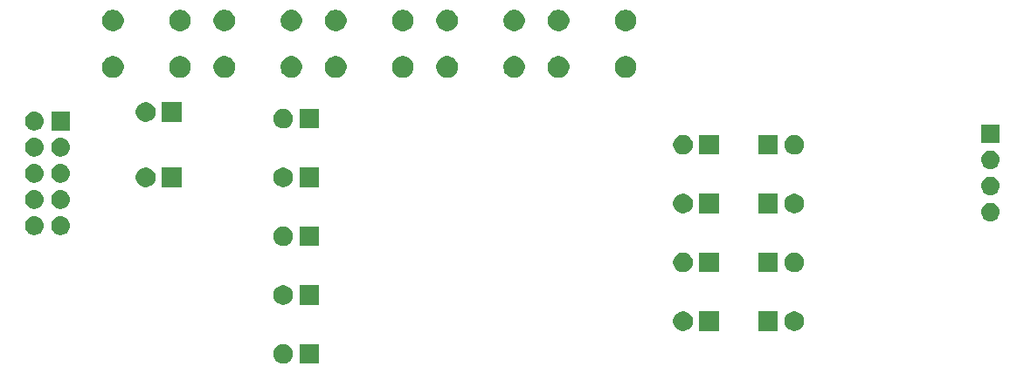
<source format=gbr>
G04 #@! TF.GenerationSoftware,KiCad,Pcbnew,(5.1.4)-1*
G04 #@! TF.CreationDate,2020-07-08T19:39:57+02:00*
G04 #@! TF.ProjectId,SBIO3,5342494f-332e-46b6-9963-61645f706362,rev?*
G04 #@! TF.SameCoordinates,Original*
G04 #@! TF.FileFunction,Soldermask,Bot*
G04 #@! TF.FilePolarity,Negative*
%FSLAX46Y46*%
G04 Gerber Fmt 4.6, Leading zero omitted, Abs format (unit mm)*
G04 Created by KiCad (PCBNEW (5.1.4)-1) date 2020-07-08 19:39:57*
%MOMM*%
%LPD*%
G04 APERTURE LIST*
%ADD10C,0.100000*%
G04 APERTURE END LIST*
D10*
G36*
X105091000Y-170496000D02*
G01*
X103189000Y-170496000D01*
X103189000Y-168594000D01*
X105091000Y-168594000D01*
X105091000Y-170496000D01*
X105091000Y-170496000D01*
G37*
G36*
X101877395Y-168630546D02*
G01*
X102050466Y-168702234D01*
X102050467Y-168702235D01*
X102206227Y-168806310D01*
X102338690Y-168938773D01*
X102338691Y-168938775D01*
X102442766Y-169094534D01*
X102514454Y-169267605D01*
X102551000Y-169451333D01*
X102551000Y-169638667D01*
X102514454Y-169822395D01*
X102442766Y-169995466D01*
X102442765Y-169995467D01*
X102338690Y-170151227D01*
X102206227Y-170283690D01*
X102127818Y-170336081D01*
X102050466Y-170387766D01*
X101877395Y-170459454D01*
X101693667Y-170496000D01*
X101506333Y-170496000D01*
X101322605Y-170459454D01*
X101149534Y-170387766D01*
X101072182Y-170336081D01*
X100993773Y-170283690D01*
X100861310Y-170151227D01*
X100757235Y-169995467D01*
X100757234Y-169995466D01*
X100685546Y-169822395D01*
X100649000Y-169638667D01*
X100649000Y-169451333D01*
X100685546Y-169267605D01*
X100757234Y-169094534D01*
X100861309Y-168938775D01*
X100861310Y-168938773D01*
X100993773Y-168806310D01*
X101149533Y-168702235D01*
X101149534Y-168702234D01*
X101322605Y-168630546D01*
X101506333Y-168594000D01*
X101693667Y-168594000D01*
X101877395Y-168630546D01*
X101877395Y-168630546D01*
G37*
G36*
X140612395Y-165455546D02*
G01*
X140785466Y-165527234D01*
X140785467Y-165527235D01*
X140941227Y-165631310D01*
X141073690Y-165763773D01*
X141073691Y-165763775D01*
X141177766Y-165919534D01*
X141249454Y-166092605D01*
X141286000Y-166276333D01*
X141286000Y-166463667D01*
X141249454Y-166647395D01*
X141177766Y-166820466D01*
X141177765Y-166820467D01*
X141073690Y-166976227D01*
X140941227Y-167108690D01*
X140862818Y-167161081D01*
X140785466Y-167212766D01*
X140612395Y-167284454D01*
X140428667Y-167321000D01*
X140241333Y-167321000D01*
X140057605Y-167284454D01*
X139884534Y-167212766D01*
X139807182Y-167161081D01*
X139728773Y-167108690D01*
X139596310Y-166976227D01*
X139492235Y-166820467D01*
X139492234Y-166820466D01*
X139420546Y-166647395D01*
X139384000Y-166463667D01*
X139384000Y-166276333D01*
X139420546Y-166092605D01*
X139492234Y-165919534D01*
X139596309Y-165763775D01*
X139596310Y-165763773D01*
X139728773Y-165631310D01*
X139884533Y-165527235D01*
X139884534Y-165527234D01*
X140057605Y-165455546D01*
X140241333Y-165419000D01*
X140428667Y-165419000D01*
X140612395Y-165455546D01*
X140612395Y-165455546D01*
G37*
G36*
X149541000Y-167321000D02*
G01*
X147639000Y-167321000D01*
X147639000Y-165419000D01*
X149541000Y-165419000D01*
X149541000Y-167321000D01*
X149541000Y-167321000D01*
G37*
G36*
X151407395Y-165455546D02*
G01*
X151580466Y-165527234D01*
X151580467Y-165527235D01*
X151736227Y-165631310D01*
X151868690Y-165763773D01*
X151868691Y-165763775D01*
X151972766Y-165919534D01*
X152044454Y-166092605D01*
X152081000Y-166276333D01*
X152081000Y-166463667D01*
X152044454Y-166647395D01*
X151972766Y-166820466D01*
X151972765Y-166820467D01*
X151868690Y-166976227D01*
X151736227Y-167108690D01*
X151657818Y-167161081D01*
X151580466Y-167212766D01*
X151407395Y-167284454D01*
X151223667Y-167321000D01*
X151036333Y-167321000D01*
X150852605Y-167284454D01*
X150679534Y-167212766D01*
X150602182Y-167161081D01*
X150523773Y-167108690D01*
X150391310Y-166976227D01*
X150287235Y-166820467D01*
X150287234Y-166820466D01*
X150215546Y-166647395D01*
X150179000Y-166463667D01*
X150179000Y-166276333D01*
X150215546Y-166092605D01*
X150287234Y-165919534D01*
X150391309Y-165763775D01*
X150391310Y-165763773D01*
X150523773Y-165631310D01*
X150679533Y-165527235D01*
X150679534Y-165527234D01*
X150852605Y-165455546D01*
X151036333Y-165419000D01*
X151223667Y-165419000D01*
X151407395Y-165455546D01*
X151407395Y-165455546D01*
G37*
G36*
X143826000Y-167321000D02*
G01*
X141924000Y-167321000D01*
X141924000Y-165419000D01*
X143826000Y-165419000D01*
X143826000Y-167321000D01*
X143826000Y-167321000D01*
G37*
G36*
X105091000Y-164781000D02*
G01*
X103189000Y-164781000D01*
X103189000Y-162879000D01*
X105091000Y-162879000D01*
X105091000Y-164781000D01*
X105091000Y-164781000D01*
G37*
G36*
X101877395Y-162915546D02*
G01*
X102050466Y-162987234D01*
X102050467Y-162987235D01*
X102206227Y-163091310D01*
X102338690Y-163223773D01*
X102338691Y-163223775D01*
X102442766Y-163379534D01*
X102514454Y-163552605D01*
X102551000Y-163736333D01*
X102551000Y-163923667D01*
X102514454Y-164107395D01*
X102442766Y-164280466D01*
X102442765Y-164280467D01*
X102338690Y-164436227D01*
X102206227Y-164568690D01*
X102127818Y-164621081D01*
X102050466Y-164672766D01*
X101877395Y-164744454D01*
X101693667Y-164781000D01*
X101506333Y-164781000D01*
X101322605Y-164744454D01*
X101149534Y-164672766D01*
X101072182Y-164621081D01*
X100993773Y-164568690D01*
X100861310Y-164436227D01*
X100757235Y-164280467D01*
X100757234Y-164280466D01*
X100685546Y-164107395D01*
X100649000Y-163923667D01*
X100649000Y-163736333D01*
X100685546Y-163552605D01*
X100757234Y-163379534D01*
X100861309Y-163223775D01*
X100861310Y-163223773D01*
X100993773Y-163091310D01*
X101149533Y-162987235D01*
X101149534Y-162987234D01*
X101322605Y-162915546D01*
X101506333Y-162879000D01*
X101693667Y-162879000D01*
X101877395Y-162915546D01*
X101877395Y-162915546D01*
G37*
G36*
X140612395Y-159740546D02*
G01*
X140785466Y-159812234D01*
X140785467Y-159812235D01*
X140941227Y-159916310D01*
X141073690Y-160048773D01*
X141073691Y-160048775D01*
X141177766Y-160204534D01*
X141249454Y-160377605D01*
X141286000Y-160561333D01*
X141286000Y-160748667D01*
X141249454Y-160932395D01*
X141177766Y-161105466D01*
X141177765Y-161105467D01*
X141073690Y-161261227D01*
X140941227Y-161393690D01*
X140862818Y-161446081D01*
X140785466Y-161497766D01*
X140612395Y-161569454D01*
X140428667Y-161606000D01*
X140241333Y-161606000D01*
X140057605Y-161569454D01*
X139884534Y-161497766D01*
X139807182Y-161446081D01*
X139728773Y-161393690D01*
X139596310Y-161261227D01*
X139492235Y-161105467D01*
X139492234Y-161105466D01*
X139420546Y-160932395D01*
X139384000Y-160748667D01*
X139384000Y-160561333D01*
X139420546Y-160377605D01*
X139492234Y-160204534D01*
X139596309Y-160048775D01*
X139596310Y-160048773D01*
X139728773Y-159916310D01*
X139884533Y-159812235D01*
X139884534Y-159812234D01*
X140057605Y-159740546D01*
X140241333Y-159704000D01*
X140428667Y-159704000D01*
X140612395Y-159740546D01*
X140612395Y-159740546D01*
G37*
G36*
X149541000Y-161606000D02*
G01*
X147639000Y-161606000D01*
X147639000Y-159704000D01*
X149541000Y-159704000D01*
X149541000Y-161606000D01*
X149541000Y-161606000D01*
G37*
G36*
X143826000Y-161606000D02*
G01*
X141924000Y-161606000D01*
X141924000Y-159704000D01*
X143826000Y-159704000D01*
X143826000Y-161606000D01*
X143826000Y-161606000D01*
G37*
G36*
X151407395Y-159740546D02*
G01*
X151580466Y-159812234D01*
X151580467Y-159812235D01*
X151736227Y-159916310D01*
X151868690Y-160048773D01*
X151868691Y-160048775D01*
X151972766Y-160204534D01*
X152044454Y-160377605D01*
X152081000Y-160561333D01*
X152081000Y-160748667D01*
X152044454Y-160932395D01*
X151972766Y-161105466D01*
X151972765Y-161105467D01*
X151868690Y-161261227D01*
X151736227Y-161393690D01*
X151657818Y-161446081D01*
X151580466Y-161497766D01*
X151407395Y-161569454D01*
X151223667Y-161606000D01*
X151036333Y-161606000D01*
X150852605Y-161569454D01*
X150679534Y-161497766D01*
X150602182Y-161446081D01*
X150523773Y-161393690D01*
X150391310Y-161261227D01*
X150287235Y-161105467D01*
X150287234Y-161105466D01*
X150215546Y-160932395D01*
X150179000Y-160748667D01*
X150179000Y-160561333D01*
X150215546Y-160377605D01*
X150287234Y-160204534D01*
X150391309Y-160048775D01*
X150391310Y-160048773D01*
X150523773Y-159916310D01*
X150679533Y-159812235D01*
X150679534Y-159812234D01*
X150852605Y-159740546D01*
X151036333Y-159704000D01*
X151223667Y-159704000D01*
X151407395Y-159740546D01*
X151407395Y-159740546D01*
G37*
G36*
X101877395Y-157200546D02*
G01*
X102050466Y-157272234D01*
X102050467Y-157272235D01*
X102206227Y-157376310D01*
X102338690Y-157508773D01*
X102338691Y-157508775D01*
X102442766Y-157664534D01*
X102514454Y-157837605D01*
X102551000Y-158021333D01*
X102551000Y-158208667D01*
X102514454Y-158392395D01*
X102442766Y-158565466D01*
X102442765Y-158565467D01*
X102338690Y-158721227D01*
X102206227Y-158853690D01*
X102127818Y-158906081D01*
X102050466Y-158957766D01*
X101877395Y-159029454D01*
X101693667Y-159066000D01*
X101506333Y-159066000D01*
X101322605Y-159029454D01*
X101149534Y-158957766D01*
X101072182Y-158906081D01*
X100993773Y-158853690D01*
X100861310Y-158721227D01*
X100757235Y-158565467D01*
X100757234Y-158565466D01*
X100685546Y-158392395D01*
X100649000Y-158208667D01*
X100649000Y-158021333D01*
X100685546Y-157837605D01*
X100757234Y-157664534D01*
X100861309Y-157508775D01*
X100861310Y-157508773D01*
X100993773Y-157376310D01*
X101149533Y-157272235D01*
X101149534Y-157272234D01*
X101322605Y-157200546D01*
X101506333Y-157164000D01*
X101693667Y-157164000D01*
X101877395Y-157200546D01*
X101877395Y-157200546D01*
G37*
G36*
X105091000Y-159066000D02*
G01*
X103189000Y-159066000D01*
X103189000Y-157164000D01*
X105091000Y-157164000D01*
X105091000Y-159066000D01*
X105091000Y-159066000D01*
G37*
G36*
X77580442Y-156204518D02*
G01*
X77646627Y-156211037D01*
X77816466Y-156262557D01*
X77972991Y-156346222D01*
X78008729Y-156375552D01*
X78110186Y-156458814D01*
X78193448Y-156560271D01*
X78222778Y-156596009D01*
X78306443Y-156752534D01*
X78357963Y-156922373D01*
X78375359Y-157099000D01*
X78357963Y-157275627D01*
X78306443Y-157445466D01*
X78222778Y-157601991D01*
X78193448Y-157637729D01*
X78110186Y-157739186D01*
X78008729Y-157822448D01*
X77972991Y-157851778D01*
X77816466Y-157935443D01*
X77646627Y-157986963D01*
X77580443Y-157993481D01*
X77514260Y-158000000D01*
X77425740Y-158000000D01*
X77359557Y-157993481D01*
X77293373Y-157986963D01*
X77123534Y-157935443D01*
X76967009Y-157851778D01*
X76931271Y-157822448D01*
X76829814Y-157739186D01*
X76746552Y-157637729D01*
X76717222Y-157601991D01*
X76633557Y-157445466D01*
X76582037Y-157275627D01*
X76564641Y-157099000D01*
X76582037Y-156922373D01*
X76633557Y-156752534D01*
X76717222Y-156596009D01*
X76746552Y-156560271D01*
X76829814Y-156458814D01*
X76931271Y-156375552D01*
X76967009Y-156346222D01*
X77123534Y-156262557D01*
X77293373Y-156211037D01*
X77359558Y-156204518D01*
X77425740Y-156198000D01*
X77514260Y-156198000D01*
X77580442Y-156204518D01*
X77580442Y-156204518D01*
G37*
G36*
X80120442Y-156204518D02*
G01*
X80186627Y-156211037D01*
X80356466Y-156262557D01*
X80512991Y-156346222D01*
X80548729Y-156375552D01*
X80650186Y-156458814D01*
X80733448Y-156560271D01*
X80762778Y-156596009D01*
X80846443Y-156752534D01*
X80897963Y-156922373D01*
X80915359Y-157099000D01*
X80897963Y-157275627D01*
X80846443Y-157445466D01*
X80762778Y-157601991D01*
X80733448Y-157637729D01*
X80650186Y-157739186D01*
X80548729Y-157822448D01*
X80512991Y-157851778D01*
X80356466Y-157935443D01*
X80186627Y-157986963D01*
X80120443Y-157993481D01*
X80054260Y-158000000D01*
X79965740Y-158000000D01*
X79899557Y-157993481D01*
X79833373Y-157986963D01*
X79663534Y-157935443D01*
X79507009Y-157851778D01*
X79471271Y-157822448D01*
X79369814Y-157739186D01*
X79286552Y-157637729D01*
X79257222Y-157601991D01*
X79173557Y-157445466D01*
X79122037Y-157275627D01*
X79104641Y-157099000D01*
X79122037Y-156922373D01*
X79173557Y-156752534D01*
X79257222Y-156596009D01*
X79286552Y-156560271D01*
X79369814Y-156458814D01*
X79471271Y-156375552D01*
X79507009Y-156346222D01*
X79663534Y-156262557D01*
X79833373Y-156211037D01*
X79899558Y-156204518D01*
X79965740Y-156198000D01*
X80054260Y-156198000D01*
X80120442Y-156204518D01*
X80120442Y-156204518D01*
G37*
G36*
X170226943Y-154871019D02*
G01*
X170293127Y-154877537D01*
X170462966Y-154929057D01*
X170619491Y-155012722D01*
X170645010Y-155033665D01*
X170756686Y-155125314D01*
X170839948Y-155226771D01*
X170869278Y-155262509D01*
X170952943Y-155419034D01*
X171004463Y-155588873D01*
X171021859Y-155765500D01*
X171004463Y-155942127D01*
X170952943Y-156111966D01*
X170869278Y-156268491D01*
X170839948Y-156304229D01*
X170756686Y-156405686D01*
X170655229Y-156488948D01*
X170619491Y-156518278D01*
X170462966Y-156601943D01*
X170293127Y-156653463D01*
X170226942Y-156659982D01*
X170160760Y-156666500D01*
X170072240Y-156666500D01*
X170006058Y-156659982D01*
X169939873Y-156653463D01*
X169770034Y-156601943D01*
X169613509Y-156518278D01*
X169577771Y-156488948D01*
X169476314Y-156405686D01*
X169393052Y-156304229D01*
X169363722Y-156268491D01*
X169280057Y-156111966D01*
X169228537Y-155942127D01*
X169211141Y-155765500D01*
X169228537Y-155588873D01*
X169280057Y-155419034D01*
X169363722Y-155262509D01*
X169393052Y-155226771D01*
X169476314Y-155125314D01*
X169587990Y-155033665D01*
X169613509Y-155012722D01*
X169770034Y-154929057D01*
X169939873Y-154877537D01*
X170006057Y-154871019D01*
X170072240Y-154864500D01*
X170160760Y-154864500D01*
X170226943Y-154871019D01*
X170226943Y-154871019D01*
G37*
G36*
X143826000Y-155891000D02*
G01*
X141924000Y-155891000D01*
X141924000Y-153989000D01*
X143826000Y-153989000D01*
X143826000Y-155891000D01*
X143826000Y-155891000D01*
G37*
G36*
X140612395Y-154025546D02*
G01*
X140785466Y-154097234D01*
X140862818Y-154148919D01*
X140941227Y-154201310D01*
X141073690Y-154333773D01*
X141073691Y-154333775D01*
X141177766Y-154489534D01*
X141249454Y-154662605D01*
X141286000Y-154846333D01*
X141286000Y-155033667D01*
X141249454Y-155217395D01*
X141177766Y-155390466D01*
X141177765Y-155390467D01*
X141073690Y-155546227D01*
X140941227Y-155678690D01*
X140862818Y-155731081D01*
X140785466Y-155782766D01*
X140612395Y-155854454D01*
X140428667Y-155891000D01*
X140241333Y-155891000D01*
X140057605Y-155854454D01*
X139884534Y-155782766D01*
X139807182Y-155731081D01*
X139728773Y-155678690D01*
X139596310Y-155546227D01*
X139492235Y-155390467D01*
X139492234Y-155390466D01*
X139420546Y-155217395D01*
X139384000Y-155033667D01*
X139384000Y-154846333D01*
X139420546Y-154662605D01*
X139492234Y-154489534D01*
X139596309Y-154333775D01*
X139596310Y-154333773D01*
X139728773Y-154201310D01*
X139807182Y-154148919D01*
X139884534Y-154097234D01*
X140057605Y-154025546D01*
X140241333Y-153989000D01*
X140428667Y-153989000D01*
X140612395Y-154025546D01*
X140612395Y-154025546D01*
G37*
G36*
X149541000Y-155891000D02*
G01*
X147639000Y-155891000D01*
X147639000Y-153989000D01*
X149541000Y-153989000D01*
X149541000Y-155891000D01*
X149541000Y-155891000D01*
G37*
G36*
X151407395Y-154025546D02*
G01*
X151580466Y-154097234D01*
X151657818Y-154148919D01*
X151736227Y-154201310D01*
X151868690Y-154333773D01*
X151868691Y-154333775D01*
X151972766Y-154489534D01*
X152044454Y-154662605D01*
X152081000Y-154846333D01*
X152081000Y-155033667D01*
X152044454Y-155217395D01*
X151972766Y-155390466D01*
X151972765Y-155390467D01*
X151868690Y-155546227D01*
X151736227Y-155678690D01*
X151657818Y-155731081D01*
X151580466Y-155782766D01*
X151407395Y-155854454D01*
X151223667Y-155891000D01*
X151036333Y-155891000D01*
X150852605Y-155854454D01*
X150679534Y-155782766D01*
X150602182Y-155731081D01*
X150523773Y-155678690D01*
X150391310Y-155546227D01*
X150287235Y-155390467D01*
X150287234Y-155390466D01*
X150215546Y-155217395D01*
X150179000Y-155033667D01*
X150179000Y-154846333D01*
X150215546Y-154662605D01*
X150287234Y-154489534D01*
X150391309Y-154333775D01*
X150391310Y-154333773D01*
X150523773Y-154201310D01*
X150602182Y-154148919D01*
X150679534Y-154097234D01*
X150852605Y-154025546D01*
X151036333Y-153989000D01*
X151223667Y-153989000D01*
X151407395Y-154025546D01*
X151407395Y-154025546D01*
G37*
G36*
X80120442Y-153664518D02*
G01*
X80186627Y-153671037D01*
X80356466Y-153722557D01*
X80512991Y-153806222D01*
X80548729Y-153835552D01*
X80650186Y-153918814D01*
X80707785Y-153989000D01*
X80762778Y-154056009D01*
X80846443Y-154212534D01*
X80897963Y-154382373D01*
X80915359Y-154559000D01*
X80897963Y-154735627D01*
X80846443Y-154905466D01*
X80762778Y-155061991D01*
X80733448Y-155097729D01*
X80650186Y-155199186D01*
X80573023Y-155262511D01*
X80512991Y-155311778D01*
X80356466Y-155395443D01*
X80186627Y-155446963D01*
X80120442Y-155453482D01*
X80054260Y-155460000D01*
X79965740Y-155460000D01*
X79899558Y-155453482D01*
X79833373Y-155446963D01*
X79663534Y-155395443D01*
X79507009Y-155311778D01*
X79446977Y-155262511D01*
X79369814Y-155199186D01*
X79286552Y-155097729D01*
X79257222Y-155061991D01*
X79173557Y-154905466D01*
X79122037Y-154735627D01*
X79104641Y-154559000D01*
X79122037Y-154382373D01*
X79173557Y-154212534D01*
X79257222Y-154056009D01*
X79312215Y-153989000D01*
X79369814Y-153918814D01*
X79471271Y-153835552D01*
X79507009Y-153806222D01*
X79663534Y-153722557D01*
X79833373Y-153671037D01*
X79899558Y-153664518D01*
X79965740Y-153658000D01*
X80054260Y-153658000D01*
X80120442Y-153664518D01*
X80120442Y-153664518D01*
G37*
G36*
X77580442Y-153664518D02*
G01*
X77646627Y-153671037D01*
X77816466Y-153722557D01*
X77972991Y-153806222D01*
X78008729Y-153835552D01*
X78110186Y-153918814D01*
X78167785Y-153989000D01*
X78222778Y-154056009D01*
X78306443Y-154212534D01*
X78357963Y-154382373D01*
X78375359Y-154559000D01*
X78357963Y-154735627D01*
X78306443Y-154905466D01*
X78222778Y-155061991D01*
X78193448Y-155097729D01*
X78110186Y-155199186D01*
X78033023Y-155262511D01*
X77972991Y-155311778D01*
X77816466Y-155395443D01*
X77646627Y-155446963D01*
X77580442Y-155453482D01*
X77514260Y-155460000D01*
X77425740Y-155460000D01*
X77359558Y-155453482D01*
X77293373Y-155446963D01*
X77123534Y-155395443D01*
X76967009Y-155311778D01*
X76906977Y-155262511D01*
X76829814Y-155199186D01*
X76746552Y-155097729D01*
X76717222Y-155061991D01*
X76633557Y-154905466D01*
X76582037Y-154735627D01*
X76564641Y-154559000D01*
X76582037Y-154382373D01*
X76633557Y-154212534D01*
X76717222Y-154056009D01*
X76772215Y-153989000D01*
X76829814Y-153918814D01*
X76931271Y-153835552D01*
X76967009Y-153806222D01*
X77123534Y-153722557D01*
X77293373Y-153671037D01*
X77359558Y-153664518D01*
X77425740Y-153658000D01*
X77514260Y-153658000D01*
X77580442Y-153664518D01*
X77580442Y-153664518D01*
G37*
G36*
X170226942Y-152331018D02*
G01*
X170293127Y-152337537D01*
X170462966Y-152389057D01*
X170619491Y-152472722D01*
X170645010Y-152493665D01*
X170756686Y-152585314D01*
X170839948Y-152686771D01*
X170869278Y-152722509D01*
X170952943Y-152879034D01*
X171004463Y-153048873D01*
X171021859Y-153225500D01*
X171004463Y-153402127D01*
X170952943Y-153571966D01*
X170869278Y-153728491D01*
X170839948Y-153764229D01*
X170756686Y-153865686D01*
X170655229Y-153948948D01*
X170619491Y-153978278D01*
X170462966Y-154061943D01*
X170293127Y-154113463D01*
X170226942Y-154119982D01*
X170160760Y-154126500D01*
X170072240Y-154126500D01*
X170006058Y-154119982D01*
X169939873Y-154113463D01*
X169770034Y-154061943D01*
X169613509Y-153978278D01*
X169577771Y-153948948D01*
X169476314Y-153865686D01*
X169393052Y-153764229D01*
X169363722Y-153728491D01*
X169280057Y-153571966D01*
X169228537Y-153402127D01*
X169211141Y-153225500D01*
X169228537Y-153048873D01*
X169280057Y-152879034D01*
X169363722Y-152722509D01*
X169393052Y-152686771D01*
X169476314Y-152585314D01*
X169587990Y-152493665D01*
X169613509Y-152472722D01*
X169770034Y-152389057D01*
X169939873Y-152337537D01*
X170006058Y-152331018D01*
X170072240Y-152324500D01*
X170160760Y-152324500D01*
X170226942Y-152331018D01*
X170226942Y-152331018D01*
G37*
G36*
X88542395Y-151485546D02*
G01*
X88715466Y-151557234D01*
X88792818Y-151608919D01*
X88871227Y-151661310D01*
X89003690Y-151793773D01*
X89003691Y-151793775D01*
X89107766Y-151949534D01*
X89179454Y-152122605D01*
X89216000Y-152306333D01*
X89216000Y-152493667D01*
X89179454Y-152677395D01*
X89107766Y-152850466D01*
X89107765Y-152850467D01*
X89003690Y-153006227D01*
X88871227Y-153138690D01*
X88792818Y-153191081D01*
X88715466Y-153242766D01*
X88542395Y-153314454D01*
X88358667Y-153351000D01*
X88171333Y-153351000D01*
X87987605Y-153314454D01*
X87814534Y-153242766D01*
X87737182Y-153191081D01*
X87658773Y-153138690D01*
X87526310Y-153006227D01*
X87422235Y-152850467D01*
X87422234Y-152850466D01*
X87350546Y-152677395D01*
X87314000Y-152493667D01*
X87314000Y-152306333D01*
X87350546Y-152122605D01*
X87422234Y-151949534D01*
X87526309Y-151793775D01*
X87526310Y-151793773D01*
X87658773Y-151661310D01*
X87737182Y-151608919D01*
X87814534Y-151557234D01*
X87987605Y-151485546D01*
X88171333Y-151449000D01*
X88358667Y-151449000D01*
X88542395Y-151485546D01*
X88542395Y-151485546D01*
G37*
G36*
X91756000Y-153351000D02*
G01*
X89854000Y-153351000D01*
X89854000Y-151449000D01*
X91756000Y-151449000D01*
X91756000Y-153351000D01*
X91756000Y-153351000D01*
G37*
G36*
X101877395Y-151485546D02*
G01*
X102050466Y-151557234D01*
X102127818Y-151608919D01*
X102206227Y-151661310D01*
X102338690Y-151793773D01*
X102338691Y-151793775D01*
X102442766Y-151949534D01*
X102514454Y-152122605D01*
X102551000Y-152306333D01*
X102551000Y-152493667D01*
X102514454Y-152677395D01*
X102442766Y-152850466D01*
X102442765Y-152850467D01*
X102338690Y-153006227D01*
X102206227Y-153138690D01*
X102127818Y-153191081D01*
X102050466Y-153242766D01*
X101877395Y-153314454D01*
X101693667Y-153351000D01*
X101506333Y-153351000D01*
X101322605Y-153314454D01*
X101149534Y-153242766D01*
X101072182Y-153191081D01*
X100993773Y-153138690D01*
X100861310Y-153006227D01*
X100757235Y-152850467D01*
X100757234Y-152850466D01*
X100685546Y-152677395D01*
X100649000Y-152493667D01*
X100649000Y-152306333D01*
X100685546Y-152122605D01*
X100757234Y-151949534D01*
X100861309Y-151793775D01*
X100861310Y-151793773D01*
X100993773Y-151661310D01*
X101072182Y-151608919D01*
X101149534Y-151557234D01*
X101322605Y-151485546D01*
X101506333Y-151449000D01*
X101693667Y-151449000D01*
X101877395Y-151485546D01*
X101877395Y-151485546D01*
G37*
G36*
X105091000Y-153351000D02*
G01*
X103189000Y-153351000D01*
X103189000Y-151449000D01*
X105091000Y-151449000D01*
X105091000Y-153351000D01*
X105091000Y-153351000D01*
G37*
G36*
X77580443Y-151124519D02*
G01*
X77646627Y-151131037D01*
X77816466Y-151182557D01*
X77972991Y-151266222D01*
X78008729Y-151295552D01*
X78110186Y-151378814D01*
X78167785Y-151449000D01*
X78222778Y-151516009D01*
X78306443Y-151672534D01*
X78357963Y-151842373D01*
X78375359Y-152019000D01*
X78357963Y-152195627D01*
X78306443Y-152365466D01*
X78222778Y-152521991D01*
X78193448Y-152557729D01*
X78110186Y-152659186D01*
X78033023Y-152722511D01*
X77972991Y-152771778D01*
X77816466Y-152855443D01*
X77646627Y-152906963D01*
X77580442Y-152913482D01*
X77514260Y-152920000D01*
X77425740Y-152920000D01*
X77359558Y-152913482D01*
X77293373Y-152906963D01*
X77123534Y-152855443D01*
X76967009Y-152771778D01*
X76906977Y-152722511D01*
X76829814Y-152659186D01*
X76746552Y-152557729D01*
X76717222Y-152521991D01*
X76633557Y-152365466D01*
X76582037Y-152195627D01*
X76564641Y-152019000D01*
X76582037Y-151842373D01*
X76633557Y-151672534D01*
X76717222Y-151516009D01*
X76772215Y-151449000D01*
X76829814Y-151378814D01*
X76931271Y-151295552D01*
X76967009Y-151266222D01*
X77123534Y-151182557D01*
X77293373Y-151131037D01*
X77359557Y-151124519D01*
X77425740Y-151118000D01*
X77514260Y-151118000D01*
X77580443Y-151124519D01*
X77580443Y-151124519D01*
G37*
G36*
X80120443Y-151124519D02*
G01*
X80186627Y-151131037D01*
X80356466Y-151182557D01*
X80512991Y-151266222D01*
X80548729Y-151295552D01*
X80650186Y-151378814D01*
X80707785Y-151449000D01*
X80762778Y-151516009D01*
X80846443Y-151672534D01*
X80897963Y-151842373D01*
X80915359Y-152019000D01*
X80897963Y-152195627D01*
X80846443Y-152365466D01*
X80762778Y-152521991D01*
X80733448Y-152557729D01*
X80650186Y-152659186D01*
X80573023Y-152722511D01*
X80512991Y-152771778D01*
X80356466Y-152855443D01*
X80186627Y-152906963D01*
X80120442Y-152913482D01*
X80054260Y-152920000D01*
X79965740Y-152920000D01*
X79899558Y-152913482D01*
X79833373Y-152906963D01*
X79663534Y-152855443D01*
X79507009Y-152771778D01*
X79446977Y-152722511D01*
X79369814Y-152659186D01*
X79286552Y-152557729D01*
X79257222Y-152521991D01*
X79173557Y-152365466D01*
X79122037Y-152195627D01*
X79104641Y-152019000D01*
X79122037Y-151842373D01*
X79173557Y-151672534D01*
X79257222Y-151516009D01*
X79312215Y-151449000D01*
X79369814Y-151378814D01*
X79471271Y-151295552D01*
X79507009Y-151266222D01*
X79663534Y-151182557D01*
X79833373Y-151131037D01*
X79899557Y-151124519D01*
X79965740Y-151118000D01*
X80054260Y-151118000D01*
X80120443Y-151124519D01*
X80120443Y-151124519D01*
G37*
G36*
X170226943Y-149791019D02*
G01*
X170293127Y-149797537D01*
X170462966Y-149849057D01*
X170619491Y-149932722D01*
X170655229Y-149962052D01*
X170756686Y-150045314D01*
X170839948Y-150146771D01*
X170869278Y-150182509D01*
X170952943Y-150339034D01*
X171004463Y-150508873D01*
X171021859Y-150685500D01*
X171004463Y-150862127D01*
X170952943Y-151031966D01*
X170869278Y-151188491D01*
X170839948Y-151224229D01*
X170756686Y-151325686D01*
X170655229Y-151408948D01*
X170619491Y-151438278D01*
X170462966Y-151521943D01*
X170293127Y-151573463D01*
X170226943Y-151579981D01*
X170160760Y-151586500D01*
X170072240Y-151586500D01*
X170006057Y-151579981D01*
X169939873Y-151573463D01*
X169770034Y-151521943D01*
X169613509Y-151438278D01*
X169577771Y-151408948D01*
X169476314Y-151325686D01*
X169393052Y-151224229D01*
X169363722Y-151188491D01*
X169280057Y-151031966D01*
X169228537Y-150862127D01*
X169211141Y-150685500D01*
X169228537Y-150508873D01*
X169280057Y-150339034D01*
X169363722Y-150182509D01*
X169393052Y-150146771D01*
X169476314Y-150045314D01*
X169577771Y-149962052D01*
X169613509Y-149932722D01*
X169770034Y-149849057D01*
X169939873Y-149797537D01*
X170006057Y-149791019D01*
X170072240Y-149784500D01*
X170160760Y-149784500D01*
X170226943Y-149791019D01*
X170226943Y-149791019D01*
G37*
G36*
X80120443Y-148584519D02*
G01*
X80186627Y-148591037D01*
X80356466Y-148642557D01*
X80512991Y-148726222D01*
X80548729Y-148755552D01*
X80650186Y-148838814D01*
X80733448Y-148940271D01*
X80762778Y-148976009D01*
X80846443Y-149132534D01*
X80897963Y-149302373D01*
X80915359Y-149479000D01*
X80897963Y-149655627D01*
X80846443Y-149825466D01*
X80762778Y-149981991D01*
X80733448Y-150017729D01*
X80650186Y-150119186D01*
X80573023Y-150182511D01*
X80512991Y-150231778D01*
X80356466Y-150315443D01*
X80186627Y-150366963D01*
X80120442Y-150373482D01*
X80054260Y-150380000D01*
X79965740Y-150380000D01*
X79899558Y-150373482D01*
X79833373Y-150366963D01*
X79663534Y-150315443D01*
X79507009Y-150231778D01*
X79446977Y-150182511D01*
X79369814Y-150119186D01*
X79286552Y-150017729D01*
X79257222Y-149981991D01*
X79173557Y-149825466D01*
X79122037Y-149655627D01*
X79104641Y-149479000D01*
X79122037Y-149302373D01*
X79173557Y-149132534D01*
X79257222Y-148976009D01*
X79286552Y-148940271D01*
X79369814Y-148838814D01*
X79471271Y-148755552D01*
X79507009Y-148726222D01*
X79663534Y-148642557D01*
X79833373Y-148591037D01*
X79899557Y-148584519D01*
X79965740Y-148578000D01*
X80054260Y-148578000D01*
X80120443Y-148584519D01*
X80120443Y-148584519D01*
G37*
G36*
X77580443Y-148584519D02*
G01*
X77646627Y-148591037D01*
X77816466Y-148642557D01*
X77972991Y-148726222D01*
X78008729Y-148755552D01*
X78110186Y-148838814D01*
X78193448Y-148940271D01*
X78222778Y-148976009D01*
X78306443Y-149132534D01*
X78357963Y-149302373D01*
X78375359Y-149479000D01*
X78357963Y-149655627D01*
X78306443Y-149825466D01*
X78222778Y-149981991D01*
X78193448Y-150017729D01*
X78110186Y-150119186D01*
X78033023Y-150182511D01*
X77972991Y-150231778D01*
X77816466Y-150315443D01*
X77646627Y-150366963D01*
X77580442Y-150373482D01*
X77514260Y-150380000D01*
X77425740Y-150380000D01*
X77359558Y-150373482D01*
X77293373Y-150366963D01*
X77123534Y-150315443D01*
X76967009Y-150231778D01*
X76906977Y-150182511D01*
X76829814Y-150119186D01*
X76746552Y-150017729D01*
X76717222Y-149981991D01*
X76633557Y-149825466D01*
X76582037Y-149655627D01*
X76564641Y-149479000D01*
X76582037Y-149302373D01*
X76633557Y-149132534D01*
X76717222Y-148976009D01*
X76746552Y-148940271D01*
X76829814Y-148838814D01*
X76931271Y-148755552D01*
X76967009Y-148726222D01*
X77123534Y-148642557D01*
X77293373Y-148591037D01*
X77359557Y-148584519D01*
X77425740Y-148578000D01*
X77514260Y-148578000D01*
X77580443Y-148584519D01*
X77580443Y-148584519D01*
G37*
G36*
X140612395Y-148310546D02*
G01*
X140785466Y-148382234D01*
X140785467Y-148382235D01*
X140941227Y-148486310D01*
X141073690Y-148618773D01*
X141126081Y-148697182D01*
X141177766Y-148774534D01*
X141249454Y-148947605D01*
X141286000Y-149131333D01*
X141286000Y-149318667D01*
X141249454Y-149502395D01*
X141177766Y-149675466D01*
X141177765Y-149675467D01*
X141073690Y-149831227D01*
X140941227Y-149963690D01*
X140913840Y-149981989D01*
X140785466Y-150067766D01*
X140612395Y-150139454D01*
X140428667Y-150176000D01*
X140241333Y-150176000D01*
X140057605Y-150139454D01*
X139884534Y-150067766D01*
X139756160Y-149981989D01*
X139728773Y-149963690D01*
X139596310Y-149831227D01*
X139492235Y-149675467D01*
X139492234Y-149675466D01*
X139420546Y-149502395D01*
X139384000Y-149318667D01*
X139384000Y-149131333D01*
X139420546Y-148947605D01*
X139492234Y-148774534D01*
X139543919Y-148697182D01*
X139596310Y-148618773D01*
X139728773Y-148486310D01*
X139884533Y-148382235D01*
X139884534Y-148382234D01*
X140057605Y-148310546D01*
X140241333Y-148274000D01*
X140428667Y-148274000D01*
X140612395Y-148310546D01*
X140612395Y-148310546D01*
G37*
G36*
X143826000Y-150176000D02*
G01*
X141924000Y-150176000D01*
X141924000Y-148274000D01*
X143826000Y-148274000D01*
X143826000Y-150176000D01*
X143826000Y-150176000D01*
G37*
G36*
X149541000Y-150176000D02*
G01*
X147639000Y-150176000D01*
X147639000Y-148274000D01*
X149541000Y-148274000D01*
X149541000Y-150176000D01*
X149541000Y-150176000D01*
G37*
G36*
X151407395Y-148310546D02*
G01*
X151580466Y-148382234D01*
X151580467Y-148382235D01*
X151736227Y-148486310D01*
X151868690Y-148618773D01*
X151921081Y-148697182D01*
X151972766Y-148774534D01*
X152044454Y-148947605D01*
X152081000Y-149131333D01*
X152081000Y-149318667D01*
X152044454Y-149502395D01*
X151972766Y-149675466D01*
X151972765Y-149675467D01*
X151868690Y-149831227D01*
X151736227Y-149963690D01*
X151708840Y-149981989D01*
X151580466Y-150067766D01*
X151407395Y-150139454D01*
X151223667Y-150176000D01*
X151036333Y-150176000D01*
X150852605Y-150139454D01*
X150679534Y-150067766D01*
X150551160Y-149981989D01*
X150523773Y-149963690D01*
X150391310Y-149831227D01*
X150287235Y-149675467D01*
X150287234Y-149675466D01*
X150215546Y-149502395D01*
X150179000Y-149318667D01*
X150179000Y-149131333D01*
X150215546Y-148947605D01*
X150287234Y-148774534D01*
X150338919Y-148697182D01*
X150391310Y-148618773D01*
X150523773Y-148486310D01*
X150679533Y-148382235D01*
X150679534Y-148382234D01*
X150852605Y-148310546D01*
X151036333Y-148274000D01*
X151223667Y-148274000D01*
X151407395Y-148310546D01*
X151407395Y-148310546D01*
G37*
G36*
X171017500Y-149046500D02*
G01*
X169215500Y-149046500D01*
X169215500Y-147244500D01*
X171017500Y-147244500D01*
X171017500Y-149046500D01*
X171017500Y-149046500D01*
G37*
G36*
X77580442Y-146044518D02*
G01*
X77646627Y-146051037D01*
X77816466Y-146102557D01*
X77972991Y-146186222D01*
X78008729Y-146215552D01*
X78110186Y-146298814D01*
X78193448Y-146400271D01*
X78222778Y-146436009D01*
X78306443Y-146592534D01*
X78357963Y-146762373D01*
X78375359Y-146939000D01*
X78357963Y-147115627D01*
X78306443Y-147285466D01*
X78222778Y-147441991D01*
X78193448Y-147477729D01*
X78110186Y-147579186D01*
X78008729Y-147662448D01*
X77972991Y-147691778D01*
X77816466Y-147775443D01*
X77646627Y-147826963D01*
X77580443Y-147833481D01*
X77514260Y-147840000D01*
X77425740Y-147840000D01*
X77359557Y-147833481D01*
X77293373Y-147826963D01*
X77123534Y-147775443D01*
X76967009Y-147691778D01*
X76931271Y-147662448D01*
X76829814Y-147579186D01*
X76746552Y-147477729D01*
X76717222Y-147441991D01*
X76633557Y-147285466D01*
X76582037Y-147115627D01*
X76564641Y-146939000D01*
X76582037Y-146762373D01*
X76633557Y-146592534D01*
X76717222Y-146436009D01*
X76746552Y-146400271D01*
X76829814Y-146298814D01*
X76931271Y-146215552D01*
X76967009Y-146186222D01*
X77123534Y-146102557D01*
X77293373Y-146051037D01*
X77359558Y-146044518D01*
X77425740Y-146038000D01*
X77514260Y-146038000D01*
X77580442Y-146044518D01*
X77580442Y-146044518D01*
G37*
G36*
X80911000Y-147840000D02*
G01*
X79109000Y-147840000D01*
X79109000Y-146038000D01*
X80911000Y-146038000D01*
X80911000Y-147840000D01*
X80911000Y-147840000D01*
G37*
G36*
X101877395Y-145770546D02*
G01*
X102050466Y-145842234D01*
X102050467Y-145842235D01*
X102206227Y-145946310D01*
X102338690Y-146078773D01*
X102382049Y-146143665D01*
X102442766Y-146234534D01*
X102514454Y-146407605D01*
X102551000Y-146591333D01*
X102551000Y-146778667D01*
X102514454Y-146962395D01*
X102442766Y-147135466D01*
X102442765Y-147135467D01*
X102338690Y-147291227D01*
X102206227Y-147423690D01*
X102178840Y-147441989D01*
X102050466Y-147527766D01*
X101877395Y-147599454D01*
X101693667Y-147636000D01*
X101506333Y-147636000D01*
X101322605Y-147599454D01*
X101149534Y-147527766D01*
X101021160Y-147441989D01*
X100993773Y-147423690D01*
X100861310Y-147291227D01*
X100757235Y-147135467D01*
X100757234Y-147135466D01*
X100685546Y-146962395D01*
X100649000Y-146778667D01*
X100649000Y-146591333D01*
X100685546Y-146407605D01*
X100757234Y-146234534D01*
X100817951Y-146143665D01*
X100861310Y-146078773D01*
X100993773Y-145946310D01*
X101149533Y-145842235D01*
X101149534Y-145842234D01*
X101322605Y-145770546D01*
X101506333Y-145734000D01*
X101693667Y-145734000D01*
X101877395Y-145770546D01*
X101877395Y-145770546D01*
G37*
G36*
X105091000Y-147636000D02*
G01*
X103189000Y-147636000D01*
X103189000Y-145734000D01*
X105091000Y-145734000D01*
X105091000Y-147636000D01*
X105091000Y-147636000D01*
G37*
G36*
X91756000Y-147001000D02*
G01*
X89854000Y-147001000D01*
X89854000Y-145099000D01*
X91756000Y-145099000D01*
X91756000Y-147001000D01*
X91756000Y-147001000D01*
G37*
G36*
X88542395Y-145135546D02*
G01*
X88715466Y-145207234D01*
X88715467Y-145207235D01*
X88871227Y-145311310D01*
X89003690Y-145443773D01*
X89003691Y-145443775D01*
X89107766Y-145599534D01*
X89179454Y-145772605D01*
X89216000Y-145956333D01*
X89216000Y-146143667D01*
X89179454Y-146327395D01*
X89107766Y-146500466D01*
X89107765Y-146500467D01*
X89003690Y-146656227D01*
X88871227Y-146788690D01*
X88792818Y-146841081D01*
X88715466Y-146892766D01*
X88542395Y-146964454D01*
X88358667Y-147001000D01*
X88171333Y-147001000D01*
X87987605Y-146964454D01*
X87814534Y-146892766D01*
X87737182Y-146841081D01*
X87658773Y-146788690D01*
X87526310Y-146656227D01*
X87422235Y-146500467D01*
X87422234Y-146500466D01*
X87350546Y-146327395D01*
X87314000Y-146143667D01*
X87314000Y-145956333D01*
X87350546Y-145772605D01*
X87422234Y-145599534D01*
X87526309Y-145443775D01*
X87526310Y-145443773D01*
X87658773Y-145311310D01*
X87814533Y-145207235D01*
X87814534Y-145207234D01*
X87987605Y-145135546D01*
X88171333Y-145099000D01*
X88358667Y-145099000D01*
X88542395Y-145135546D01*
X88542395Y-145135546D01*
G37*
G36*
X135076564Y-140649389D02*
G01*
X135267833Y-140728615D01*
X135267835Y-140728616D01*
X135439973Y-140843635D01*
X135586365Y-140990027D01*
X135701385Y-141162167D01*
X135780611Y-141353436D01*
X135821000Y-141556484D01*
X135821000Y-141763516D01*
X135780611Y-141966564D01*
X135701385Y-142157833D01*
X135701384Y-142157835D01*
X135586365Y-142329973D01*
X135439973Y-142476365D01*
X135267835Y-142591384D01*
X135267834Y-142591385D01*
X135267833Y-142591385D01*
X135076564Y-142670611D01*
X134873516Y-142711000D01*
X134666484Y-142711000D01*
X134463436Y-142670611D01*
X134272167Y-142591385D01*
X134272166Y-142591385D01*
X134272165Y-142591384D01*
X134100027Y-142476365D01*
X133953635Y-142329973D01*
X133838616Y-142157835D01*
X133838615Y-142157833D01*
X133759389Y-141966564D01*
X133719000Y-141763516D01*
X133719000Y-141556484D01*
X133759389Y-141353436D01*
X133838615Y-141162167D01*
X133953635Y-140990027D01*
X134100027Y-140843635D01*
X134272165Y-140728616D01*
X134272167Y-140728615D01*
X134463436Y-140649389D01*
X134666484Y-140609000D01*
X134873516Y-140609000D01*
X135076564Y-140649389D01*
X135076564Y-140649389D01*
G37*
G36*
X128576564Y-140649389D02*
G01*
X128767833Y-140728615D01*
X128767835Y-140728616D01*
X128939973Y-140843635D01*
X129086365Y-140990027D01*
X129201385Y-141162167D01*
X129280611Y-141353436D01*
X129321000Y-141556484D01*
X129321000Y-141763516D01*
X129280611Y-141966564D01*
X129201385Y-142157833D01*
X129201384Y-142157835D01*
X129086365Y-142329973D01*
X128939973Y-142476365D01*
X128767835Y-142591384D01*
X128767834Y-142591385D01*
X128767833Y-142591385D01*
X128576564Y-142670611D01*
X128373516Y-142711000D01*
X128166484Y-142711000D01*
X127963436Y-142670611D01*
X127772167Y-142591385D01*
X127772166Y-142591385D01*
X127772165Y-142591384D01*
X127600027Y-142476365D01*
X127453635Y-142329973D01*
X127338616Y-142157835D01*
X127338615Y-142157833D01*
X127259389Y-141966564D01*
X127219000Y-141763516D01*
X127219000Y-141556484D01*
X127259389Y-141353436D01*
X127338615Y-141162167D01*
X127453635Y-140990027D01*
X127600027Y-140843635D01*
X127772165Y-140728616D01*
X127772167Y-140728615D01*
X127963436Y-140649389D01*
X128166484Y-140609000D01*
X128373516Y-140609000D01*
X128576564Y-140649389D01*
X128576564Y-140649389D01*
G37*
G36*
X124281564Y-140649389D02*
G01*
X124472833Y-140728615D01*
X124472835Y-140728616D01*
X124644973Y-140843635D01*
X124791365Y-140990027D01*
X124906385Y-141162167D01*
X124985611Y-141353436D01*
X125026000Y-141556484D01*
X125026000Y-141763516D01*
X124985611Y-141966564D01*
X124906385Y-142157833D01*
X124906384Y-142157835D01*
X124791365Y-142329973D01*
X124644973Y-142476365D01*
X124472835Y-142591384D01*
X124472834Y-142591385D01*
X124472833Y-142591385D01*
X124281564Y-142670611D01*
X124078516Y-142711000D01*
X123871484Y-142711000D01*
X123668436Y-142670611D01*
X123477167Y-142591385D01*
X123477166Y-142591385D01*
X123477165Y-142591384D01*
X123305027Y-142476365D01*
X123158635Y-142329973D01*
X123043616Y-142157835D01*
X123043615Y-142157833D01*
X122964389Y-141966564D01*
X122924000Y-141763516D01*
X122924000Y-141556484D01*
X122964389Y-141353436D01*
X123043615Y-141162167D01*
X123158635Y-140990027D01*
X123305027Y-140843635D01*
X123477165Y-140728616D01*
X123477167Y-140728615D01*
X123668436Y-140649389D01*
X123871484Y-140609000D01*
X124078516Y-140609000D01*
X124281564Y-140649389D01*
X124281564Y-140649389D01*
G37*
G36*
X117781564Y-140649389D02*
G01*
X117972833Y-140728615D01*
X117972835Y-140728616D01*
X118144973Y-140843635D01*
X118291365Y-140990027D01*
X118406385Y-141162167D01*
X118485611Y-141353436D01*
X118526000Y-141556484D01*
X118526000Y-141763516D01*
X118485611Y-141966564D01*
X118406385Y-142157833D01*
X118406384Y-142157835D01*
X118291365Y-142329973D01*
X118144973Y-142476365D01*
X117972835Y-142591384D01*
X117972834Y-142591385D01*
X117972833Y-142591385D01*
X117781564Y-142670611D01*
X117578516Y-142711000D01*
X117371484Y-142711000D01*
X117168436Y-142670611D01*
X116977167Y-142591385D01*
X116977166Y-142591385D01*
X116977165Y-142591384D01*
X116805027Y-142476365D01*
X116658635Y-142329973D01*
X116543616Y-142157835D01*
X116543615Y-142157833D01*
X116464389Y-141966564D01*
X116424000Y-141763516D01*
X116424000Y-141556484D01*
X116464389Y-141353436D01*
X116543615Y-141162167D01*
X116658635Y-140990027D01*
X116805027Y-140843635D01*
X116977165Y-140728616D01*
X116977167Y-140728615D01*
X117168436Y-140649389D01*
X117371484Y-140609000D01*
X117578516Y-140609000D01*
X117781564Y-140649389D01*
X117781564Y-140649389D01*
G37*
G36*
X85396564Y-140649389D02*
G01*
X85587833Y-140728615D01*
X85587835Y-140728616D01*
X85759973Y-140843635D01*
X85906365Y-140990027D01*
X86021385Y-141162167D01*
X86100611Y-141353436D01*
X86141000Y-141556484D01*
X86141000Y-141763516D01*
X86100611Y-141966564D01*
X86021385Y-142157833D01*
X86021384Y-142157835D01*
X85906365Y-142329973D01*
X85759973Y-142476365D01*
X85587835Y-142591384D01*
X85587834Y-142591385D01*
X85587833Y-142591385D01*
X85396564Y-142670611D01*
X85193516Y-142711000D01*
X84986484Y-142711000D01*
X84783436Y-142670611D01*
X84592167Y-142591385D01*
X84592166Y-142591385D01*
X84592165Y-142591384D01*
X84420027Y-142476365D01*
X84273635Y-142329973D01*
X84158616Y-142157835D01*
X84158615Y-142157833D01*
X84079389Y-141966564D01*
X84039000Y-141763516D01*
X84039000Y-141556484D01*
X84079389Y-141353436D01*
X84158615Y-141162167D01*
X84273635Y-140990027D01*
X84420027Y-140843635D01*
X84592165Y-140728616D01*
X84592167Y-140728615D01*
X84783436Y-140649389D01*
X84986484Y-140609000D01*
X85193516Y-140609000D01*
X85396564Y-140649389D01*
X85396564Y-140649389D01*
G37*
G36*
X91896564Y-140649389D02*
G01*
X92087833Y-140728615D01*
X92087835Y-140728616D01*
X92259973Y-140843635D01*
X92406365Y-140990027D01*
X92521385Y-141162167D01*
X92600611Y-141353436D01*
X92641000Y-141556484D01*
X92641000Y-141763516D01*
X92600611Y-141966564D01*
X92521385Y-142157833D01*
X92521384Y-142157835D01*
X92406365Y-142329973D01*
X92259973Y-142476365D01*
X92087835Y-142591384D01*
X92087834Y-142591385D01*
X92087833Y-142591385D01*
X91896564Y-142670611D01*
X91693516Y-142711000D01*
X91486484Y-142711000D01*
X91283436Y-142670611D01*
X91092167Y-142591385D01*
X91092166Y-142591385D01*
X91092165Y-142591384D01*
X90920027Y-142476365D01*
X90773635Y-142329973D01*
X90658616Y-142157835D01*
X90658615Y-142157833D01*
X90579389Y-141966564D01*
X90539000Y-141763516D01*
X90539000Y-141556484D01*
X90579389Y-141353436D01*
X90658615Y-141162167D01*
X90773635Y-140990027D01*
X90920027Y-140843635D01*
X91092165Y-140728616D01*
X91092167Y-140728615D01*
X91283436Y-140649389D01*
X91486484Y-140609000D01*
X91693516Y-140609000D01*
X91896564Y-140649389D01*
X91896564Y-140649389D01*
G37*
G36*
X102691564Y-140649389D02*
G01*
X102882833Y-140728615D01*
X102882835Y-140728616D01*
X103054973Y-140843635D01*
X103201365Y-140990027D01*
X103316385Y-141162167D01*
X103395611Y-141353436D01*
X103436000Y-141556484D01*
X103436000Y-141763516D01*
X103395611Y-141966564D01*
X103316385Y-142157833D01*
X103316384Y-142157835D01*
X103201365Y-142329973D01*
X103054973Y-142476365D01*
X102882835Y-142591384D01*
X102882834Y-142591385D01*
X102882833Y-142591385D01*
X102691564Y-142670611D01*
X102488516Y-142711000D01*
X102281484Y-142711000D01*
X102078436Y-142670611D01*
X101887167Y-142591385D01*
X101887166Y-142591385D01*
X101887165Y-142591384D01*
X101715027Y-142476365D01*
X101568635Y-142329973D01*
X101453616Y-142157835D01*
X101453615Y-142157833D01*
X101374389Y-141966564D01*
X101334000Y-141763516D01*
X101334000Y-141556484D01*
X101374389Y-141353436D01*
X101453615Y-141162167D01*
X101568635Y-140990027D01*
X101715027Y-140843635D01*
X101887165Y-140728616D01*
X101887167Y-140728615D01*
X102078436Y-140649389D01*
X102281484Y-140609000D01*
X102488516Y-140609000D01*
X102691564Y-140649389D01*
X102691564Y-140649389D01*
G37*
G36*
X96191564Y-140649389D02*
G01*
X96382833Y-140728615D01*
X96382835Y-140728616D01*
X96554973Y-140843635D01*
X96701365Y-140990027D01*
X96816385Y-141162167D01*
X96895611Y-141353436D01*
X96936000Y-141556484D01*
X96936000Y-141763516D01*
X96895611Y-141966564D01*
X96816385Y-142157833D01*
X96816384Y-142157835D01*
X96701365Y-142329973D01*
X96554973Y-142476365D01*
X96382835Y-142591384D01*
X96382834Y-142591385D01*
X96382833Y-142591385D01*
X96191564Y-142670611D01*
X95988516Y-142711000D01*
X95781484Y-142711000D01*
X95578436Y-142670611D01*
X95387167Y-142591385D01*
X95387166Y-142591385D01*
X95387165Y-142591384D01*
X95215027Y-142476365D01*
X95068635Y-142329973D01*
X94953616Y-142157835D01*
X94953615Y-142157833D01*
X94874389Y-141966564D01*
X94834000Y-141763516D01*
X94834000Y-141556484D01*
X94874389Y-141353436D01*
X94953615Y-141162167D01*
X95068635Y-140990027D01*
X95215027Y-140843635D01*
X95387165Y-140728616D01*
X95387167Y-140728615D01*
X95578436Y-140649389D01*
X95781484Y-140609000D01*
X95988516Y-140609000D01*
X96191564Y-140649389D01*
X96191564Y-140649389D01*
G37*
G36*
X113486564Y-140649389D02*
G01*
X113677833Y-140728615D01*
X113677835Y-140728616D01*
X113849973Y-140843635D01*
X113996365Y-140990027D01*
X114111385Y-141162167D01*
X114190611Y-141353436D01*
X114231000Y-141556484D01*
X114231000Y-141763516D01*
X114190611Y-141966564D01*
X114111385Y-142157833D01*
X114111384Y-142157835D01*
X113996365Y-142329973D01*
X113849973Y-142476365D01*
X113677835Y-142591384D01*
X113677834Y-142591385D01*
X113677833Y-142591385D01*
X113486564Y-142670611D01*
X113283516Y-142711000D01*
X113076484Y-142711000D01*
X112873436Y-142670611D01*
X112682167Y-142591385D01*
X112682166Y-142591385D01*
X112682165Y-142591384D01*
X112510027Y-142476365D01*
X112363635Y-142329973D01*
X112248616Y-142157835D01*
X112248615Y-142157833D01*
X112169389Y-141966564D01*
X112129000Y-141763516D01*
X112129000Y-141556484D01*
X112169389Y-141353436D01*
X112248615Y-141162167D01*
X112363635Y-140990027D01*
X112510027Y-140843635D01*
X112682165Y-140728616D01*
X112682167Y-140728615D01*
X112873436Y-140649389D01*
X113076484Y-140609000D01*
X113283516Y-140609000D01*
X113486564Y-140649389D01*
X113486564Y-140649389D01*
G37*
G36*
X106986564Y-140649389D02*
G01*
X107177833Y-140728615D01*
X107177835Y-140728616D01*
X107349973Y-140843635D01*
X107496365Y-140990027D01*
X107611385Y-141162167D01*
X107690611Y-141353436D01*
X107731000Y-141556484D01*
X107731000Y-141763516D01*
X107690611Y-141966564D01*
X107611385Y-142157833D01*
X107611384Y-142157835D01*
X107496365Y-142329973D01*
X107349973Y-142476365D01*
X107177835Y-142591384D01*
X107177834Y-142591385D01*
X107177833Y-142591385D01*
X106986564Y-142670611D01*
X106783516Y-142711000D01*
X106576484Y-142711000D01*
X106373436Y-142670611D01*
X106182167Y-142591385D01*
X106182166Y-142591385D01*
X106182165Y-142591384D01*
X106010027Y-142476365D01*
X105863635Y-142329973D01*
X105748616Y-142157835D01*
X105748615Y-142157833D01*
X105669389Y-141966564D01*
X105629000Y-141763516D01*
X105629000Y-141556484D01*
X105669389Y-141353436D01*
X105748615Y-141162167D01*
X105863635Y-140990027D01*
X106010027Y-140843635D01*
X106182165Y-140728616D01*
X106182167Y-140728615D01*
X106373436Y-140649389D01*
X106576484Y-140609000D01*
X106783516Y-140609000D01*
X106986564Y-140649389D01*
X106986564Y-140649389D01*
G37*
G36*
X117781564Y-136149389D02*
G01*
X117972833Y-136228615D01*
X117972835Y-136228616D01*
X118144973Y-136343635D01*
X118291365Y-136490027D01*
X118406385Y-136662167D01*
X118485611Y-136853436D01*
X118526000Y-137056484D01*
X118526000Y-137263516D01*
X118485611Y-137466564D01*
X118406385Y-137657833D01*
X118406384Y-137657835D01*
X118291365Y-137829973D01*
X118144973Y-137976365D01*
X117972835Y-138091384D01*
X117972834Y-138091385D01*
X117972833Y-138091385D01*
X117781564Y-138170611D01*
X117578516Y-138211000D01*
X117371484Y-138211000D01*
X117168436Y-138170611D01*
X116977167Y-138091385D01*
X116977166Y-138091385D01*
X116977165Y-138091384D01*
X116805027Y-137976365D01*
X116658635Y-137829973D01*
X116543616Y-137657835D01*
X116543615Y-137657833D01*
X116464389Y-137466564D01*
X116424000Y-137263516D01*
X116424000Y-137056484D01*
X116464389Y-136853436D01*
X116543615Y-136662167D01*
X116658635Y-136490027D01*
X116805027Y-136343635D01*
X116977165Y-136228616D01*
X116977167Y-136228615D01*
X117168436Y-136149389D01*
X117371484Y-136109000D01*
X117578516Y-136109000D01*
X117781564Y-136149389D01*
X117781564Y-136149389D01*
G37*
G36*
X91896564Y-136149389D02*
G01*
X92087833Y-136228615D01*
X92087835Y-136228616D01*
X92259973Y-136343635D01*
X92406365Y-136490027D01*
X92521385Y-136662167D01*
X92600611Y-136853436D01*
X92641000Y-137056484D01*
X92641000Y-137263516D01*
X92600611Y-137466564D01*
X92521385Y-137657833D01*
X92521384Y-137657835D01*
X92406365Y-137829973D01*
X92259973Y-137976365D01*
X92087835Y-138091384D01*
X92087834Y-138091385D01*
X92087833Y-138091385D01*
X91896564Y-138170611D01*
X91693516Y-138211000D01*
X91486484Y-138211000D01*
X91283436Y-138170611D01*
X91092167Y-138091385D01*
X91092166Y-138091385D01*
X91092165Y-138091384D01*
X90920027Y-137976365D01*
X90773635Y-137829973D01*
X90658616Y-137657835D01*
X90658615Y-137657833D01*
X90579389Y-137466564D01*
X90539000Y-137263516D01*
X90539000Y-137056484D01*
X90579389Y-136853436D01*
X90658615Y-136662167D01*
X90773635Y-136490027D01*
X90920027Y-136343635D01*
X91092165Y-136228616D01*
X91092167Y-136228615D01*
X91283436Y-136149389D01*
X91486484Y-136109000D01*
X91693516Y-136109000D01*
X91896564Y-136149389D01*
X91896564Y-136149389D01*
G37*
G36*
X128576564Y-136149389D02*
G01*
X128767833Y-136228615D01*
X128767835Y-136228616D01*
X128939973Y-136343635D01*
X129086365Y-136490027D01*
X129201385Y-136662167D01*
X129280611Y-136853436D01*
X129321000Y-137056484D01*
X129321000Y-137263516D01*
X129280611Y-137466564D01*
X129201385Y-137657833D01*
X129201384Y-137657835D01*
X129086365Y-137829973D01*
X128939973Y-137976365D01*
X128767835Y-138091384D01*
X128767834Y-138091385D01*
X128767833Y-138091385D01*
X128576564Y-138170611D01*
X128373516Y-138211000D01*
X128166484Y-138211000D01*
X127963436Y-138170611D01*
X127772167Y-138091385D01*
X127772166Y-138091385D01*
X127772165Y-138091384D01*
X127600027Y-137976365D01*
X127453635Y-137829973D01*
X127338616Y-137657835D01*
X127338615Y-137657833D01*
X127259389Y-137466564D01*
X127219000Y-137263516D01*
X127219000Y-137056484D01*
X127259389Y-136853436D01*
X127338615Y-136662167D01*
X127453635Y-136490027D01*
X127600027Y-136343635D01*
X127772165Y-136228616D01*
X127772167Y-136228615D01*
X127963436Y-136149389D01*
X128166484Y-136109000D01*
X128373516Y-136109000D01*
X128576564Y-136149389D01*
X128576564Y-136149389D01*
G37*
G36*
X113486564Y-136149389D02*
G01*
X113677833Y-136228615D01*
X113677835Y-136228616D01*
X113849973Y-136343635D01*
X113996365Y-136490027D01*
X114111385Y-136662167D01*
X114190611Y-136853436D01*
X114231000Y-137056484D01*
X114231000Y-137263516D01*
X114190611Y-137466564D01*
X114111385Y-137657833D01*
X114111384Y-137657835D01*
X113996365Y-137829973D01*
X113849973Y-137976365D01*
X113677835Y-138091384D01*
X113677834Y-138091385D01*
X113677833Y-138091385D01*
X113486564Y-138170611D01*
X113283516Y-138211000D01*
X113076484Y-138211000D01*
X112873436Y-138170611D01*
X112682167Y-138091385D01*
X112682166Y-138091385D01*
X112682165Y-138091384D01*
X112510027Y-137976365D01*
X112363635Y-137829973D01*
X112248616Y-137657835D01*
X112248615Y-137657833D01*
X112169389Y-137466564D01*
X112129000Y-137263516D01*
X112129000Y-137056484D01*
X112169389Y-136853436D01*
X112248615Y-136662167D01*
X112363635Y-136490027D01*
X112510027Y-136343635D01*
X112682165Y-136228616D01*
X112682167Y-136228615D01*
X112873436Y-136149389D01*
X113076484Y-136109000D01*
X113283516Y-136109000D01*
X113486564Y-136149389D01*
X113486564Y-136149389D01*
G37*
G36*
X85396564Y-136149389D02*
G01*
X85587833Y-136228615D01*
X85587835Y-136228616D01*
X85759973Y-136343635D01*
X85906365Y-136490027D01*
X86021385Y-136662167D01*
X86100611Y-136853436D01*
X86141000Y-137056484D01*
X86141000Y-137263516D01*
X86100611Y-137466564D01*
X86021385Y-137657833D01*
X86021384Y-137657835D01*
X85906365Y-137829973D01*
X85759973Y-137976365D01*
X85587835Y-138091384D01*
X85587834Y-138091385D01*
X85587833Y-138091385D01*
X85396564Y-138170611D01*
X85193516Y-138211000D01*
X84986484Y-138211000D01*
X84783436Y-138170611D01*
X84592167Y-138091385D01*
X84592166Y-138091385D01*
X84592165Y-138091384D01*
X84420027Y-137976365D01*
X84273635Y-137829973D01*
X84158616Y-137657835D01*
X84158615Y-137657833D01*
X84079389Y-137466564D01*
X84039000Y-137263516D01*
X84039000Y-137056484D01*
X84079389Y-136853436D01*
X84158615Y-136662167D01*
X84273635Y-136490027D01*
X84420027Y-136343635D01*
X84592165Y-136228616D01*
X84592167Y-136228615D01*
X84783436Y-136149389D01*
X84986484Y-136109000D01*
X85193516Y-136109000D01*
X85396564Y-136149389D01*
X85396564Y-136149389D01*
G37*
G36*
X96191564Y-136149389D02*
G01*
X96382833Y-136228615D01*
X96382835Y-136228616D01*
X96554973Y-136343635D01*
X96701365Y-136490027D01*
X96816385Y-136662167D01*
X96895611Y-136853436D01*
X96936000Y-137056484D01*
X96936000Y-137263516D01*
X96895611Y-137466564D01*
X96816385Y-137657833D01*
X96816384Y-137657835D01*
X96701365Y-137829973D01*
X96554973Y-137976365D01*
X96382835Y-138091384D01*
X96382834Y-138091385D01*
X96382833Y-138091385D01*
X96191564Y-138170611D01*
X95988516Y-138211000D01*
X95781484Y-138211000D01*
X95578436Y-138170611D01*
X95387167Y-138091385D01*
X95387166Y-138091385D01*
X95387165Y-138091384D01*
X95215027Y-137976365D01*
X95068635Y-137829973D01*
X94953616Y-137657835D01*
X94953615Y-137657833D01*
X94874389Y-137466564D01*
X94834000Y-137263516D01*
X94834000Y-137056484D01*
X94874389Y-136853436D01*
X94953615Y-136662167D01*
X95068635Y-136490027D01*
X95215027Y-136343635D01*
X95387165Y-136228616D01*
X95387167Y-136228615D01*
X95578436Y-136149389D01*
X95781484Y-136109000D01*
X95988516Y-136109000D01*
X96191564Y-136149389D01*
X96191564Y-136149389D01*
G37*
G36*
X102691564Y-136149389D02*
G01*
X102882833Y-136228615D01*
X102882835Y-136228616D01*
X103054973Y-136343635D01*
X103201365Y-136490027D01*
X103316385Y-136662167D01*
X103395611Y-136853436D01*
X103436000Y-137056484D01*
X103436000Y-137263516D01*
X103395611Y-137466564D01*
X103316385Y-137657833D01*
X103316384Y-137657835D01*
X103201365Y-137829973D01*
X103054973Y-137976365D01*
X102882835Y-138091384D01*
X102882834Y-138091385D01*
X102882833Y-138091385D01*
X102691564Y-138170611D01*
X102488516Y-138211000D01*
X102281484Y-138211000D01*
X102078436Y-138170611D01*
X101887167Y-138091385D01*
X101887166Y-138091385D01*
X101887165Y-138091384D01*
X101715027Y-137976365D01*
X101568635Y-137829973D01*
X101453616Y-137657835D01*
X101453615Y-137657833D01*
X101374389Y-137466564D01*
X101334000Y-137263516D01*
X101334000Y-137056484D01*
X101374389Y-136853436D01*
X101453615Y-136662167D01*
X101568635Y-136490027D01*
X101715027Y-136343635D01*
X101887165Y-136228616D01*
X101887167Y-136228615D01*
X102078436Y-136149389D01*
X102281484Y-136109000D01*
X102488516Y-136109000D01*
X102691564Y-136149389D01*
X102691564Y-136149389D01*
G37*
G36*
X106986564Y-136149389D02*
G01*
X107177833Y-136228615D01*
X107177835Y-136228616D01*
X107349973Y-136343635D01*
X107496365Y-136490027D01*
X107611385Y-136662167D01*
X107690611Y-136853436D01*
X107731000Y-137056484D01*
X107731000Y-137263516D01*
X107690611Y-137466564D01*
X107611385Y-137657833D01*
X107611384Y-137657835D01*
X107496365Y-137829973D01*
X107349973Y-137976365D01*
X107177835Y-138091384D01*
X107177834Y-138091385D01*
X107177833Y-138091385D01*
X106986564Y-138170611D01*
X106783516Y-138211000D01*
X106576484Y-138211000D01*
X106373436Y-138170611D01*
X106182167Y-138091385D01*
X106182166Y-138091385D01*
X106182165Y-138091384D01*
X106010027Y-137976365D01*
X105863635Y-137829973D01*
X105748616Y-137657835D01*
X105748615Y-137657833D01*
X105669389Y-137466564D01*
X105629000Y-137263516D01*
X105629000Y-137056484D01*
X105669389Y-136853436D01*
X105748615Y-136662167D01*
X105863635Y-136490027D01*
X106010027Y-136343635D01*
X106182165Y-136228616D01*
X106182167Y-136228615D01*
X106373436Y-136149389D01*
X106576484Y-136109000D01*
X106783516Y-136109000D01*
X106986564Y-136149389D01*
X106986564Y-136149389D01*
G37*
G36*
X124281564Y-136149389D02*
G01*
X124472833Y-136228615D01*
X124472835Y-136228616D01*
X124644973Y-136343635D01*
X124791365Y-136490027D01*
X124906385Y-136662167D01*
X124985611Y-136853436D01*
X125026000Y-137056484D01*
X125026000Y-137263516D01*
X124985611Y-137466564D01*
X124906385Y-137657833D01*
X124906384Y-137657835D01*
X124791365Y-137829973D01*
X124644973Y-137976365D01*
X124472835Y-138091384D01*
X124472834Y-138091385D01*
X124472833Y-138091385D01*
X124281564Y-138170611D01*
X124078516Y-138211000D01*
X123871484Y-138211000D01*
X123668436Y-138170611D01*
X123477167Y-138091385D01*
X123477166Y-138091385D01*
X123477165Y-138091384D01*
X123305027Y-137976365D01*
X123158635Y-137829973D01*
X123043616Y-137657835D01*
X123043615Y-137657833D01*
X122964389Y-137466564D01*
X122924000Y-137263516D01*
X122924000Y-137056484D01*
X122964389Y-136853436D01*
X123043615Y-136662167D01*
X123158635Y-136490027D01*
X123305027Y-136343635D01*
X123477165Y-136228616D01*
X123477167Y-136228615D01*
X123668436Y-136149389D01*
X123871484Y-136109000D01*
X124078516Y-136109000D01*
X124281564Y-136149389D01*
X124281564Y-136149389D01*
G37*
G36*
X135076564Y-136149389D02*
G01*
X135267833Y-136228615D01*
X135267835Y-136228616D01*
X135439973Y-136343635D01*
X135586365Y-136490027D01*
X135701385Y-136662167D01*
X135780611Y-136853436D01*
X135821000Y-137056484D01*
X135821000Y-137263516D01*
X135780611Y-137466564D01*
X135701385Y-137657833D01*
X135701384Y-137657835D01*
X135586365Y-137829973D01*
X135439973Y-137976365D01*
X135267835Y-138091384D01*
X135267834Y-138091385D01*
X135267833Y-138091385D01*
X135076564Y-138170611D01*
X134873516Y-138211000D01*
X134666484Y-138211000D01*
X134463436Y-138170611D01*
X134272167Y-138091385D01*
X134272166Y-138091385D01*
X134272165Y-138091384D01*
X134100027Y-137976365D01*
X133953635Y-137829973D01*
X133838616Y-137657835D01*
X133838615Y-137657833D01*
X133759389Y-137466564D01*
X133719000Y-137263516D01*
X133719000Y-137056484D01*
X133759389Y-136853436D01*
X133838615Y-136662167D01*
X133953635Y-136490027D01*
X134100027Y-136343635D01*
X134272165Y-136228616D01*
X134272167Y-136228615D01*
X134463436Y-136149389D01*
X134666484Y-136109000D01*
X134873516Y-136109000D01*
X135076564Y-136149389D01*
X135076564Y-136149389D01*
G37*
M02*

</source>
